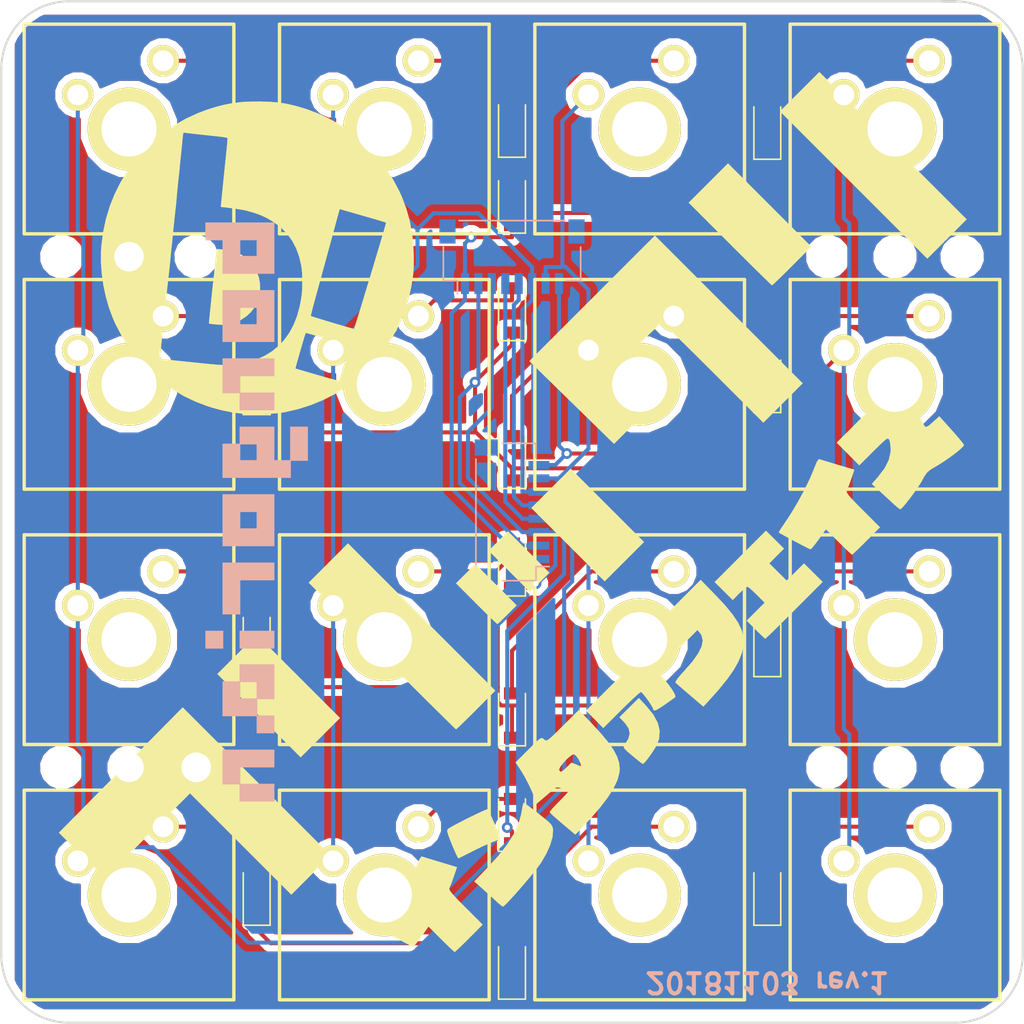
<source format=kicad_pcb>
(kicad_pcb (version 20171130) (host pcbnew "(5.0.0)")
  (layers (0 F.Cu signal) (31 B.Cu signal) (34 B.Paste user) (35 F.Paste user) (36 B.SilkS user) (37 F.SilkS user) (38 B.Mask user) (39 F.Mask user) (44 Edge.Cuts user))
  (net 0 "")
  (net 1 "Net-(D1-Pad2)")
  (net 2 row1)
  (net 3 "Net-(D2-Pad2)")
  (net 4 "Net-(D3-Pad2)")
  (net 5 "Net-(D4-Pad2)")
  (net 6 row2)
  (net 7 "Net-(D5-Pad2)")
  (net 8 "Net-(D6-Pad2)")
  (net 9 "Net-(D7-Pad2)")
  (net 10 "Net-(D8-Pad2)")
  (net 11 row3)
  (net 12 "Net-(D9-Pad2)")
  (net 13 "Net-(D10-Pad2)")
  (net 14 "Net-(D11-Pad2)")
  (net 15 "Net-(D12-Pad2)")
  (net 16 row4)
  (net 17 "Net-(D13-Pad2)")
  (net 18 "Net-(D14-Pad2)")
  (net 19 "Net-(D15-Pad2)")
  (net 20 "Net-(D16-Pad2)")
  (net 21 col1)
  (net 22 col2)
  (net 23 col3)
  (net 24 col4)
  (module MountingHole:MountingHole_2.2mm_M2 (layer F.Cu) (at 114.5 93)
    (fp_text reference h13)
    (fp_text value MountingHole_2.2mm_M2)
    (pad 1 np_thru_hole circle (at 0 0) (size 2.2 2.2) (drill 2.2) (layers *.Cu *.Mask))
  )
  (module MountingHole:MountingHole_2.2mm_M2 (layer F.Cu) (at 104.5 93)
    (fp_text reference h11)
    (fp_text value MountingHole_2.2mm_M2)
    (pad 1 np_thru_hole circle (at 0 0) (size 2.2 2.2) (drill 2.2) (layers *.Cu *.Mask))
  )
  (module MountingHole:MountingHole_2.2mm_M2 (layer F.Cu) (at 114.5 131)
    (fp_text reference h33)
    (fp_text value MountingHole_2.2mm_M2)
    (pad 1 np_thru_hole circle (at 0 0) (size 2.2 2.2) (drill 2.2) (layers *.Cu *.Mask))
  )
  (module MountingHole:MountingHole_2.2mm_M2 (layer F.Cu) (at 104.5 131)
    (fp_text reference h31)
    (fp_text value MountingHole_2.2mm_M2)
    (pad 1 np_thru_hole circle (at 0 0) (size 2.2 2.2) (drill 2.2) (layers *.Cu *.Mask))
  )
  (module MountingHole:MountingHole_2.2mm_M2 (layer F.Cu) (at 161.5 131)
    (fp_text reference h41)
    (fp_text value MountingHole_2.2mm_M2)
    (pad 1 np_thru_hole circle (at 0 0) (size 2.2 2.2) (drill 2.2) (layers *.Cu *.Mask))
  )
  (module MountingHole:MountingHole_2.2mm_M2 (layer F.Cu) (at 171.5 131)
    (fp_text reference h43)
    (fp_text value MountingHole_2.2mm_M2)
    (pad 1 np_thru_hole circle (at 0 0) (size 2.2 2.2) (drill 2.2) (layers *.Cu *.Mask))
  )
  (module MountingHole:MountingHole_2.2mm_M2 (layer F.Cu) (at 161.5 93)
    (fp_text reference h21)
    (fp_text value MountingHole_2.2mm_M2)
    (pad 1 np_thru_hole circle (at 0 0) (size 2.2 2.2) (drill 2.2) (layers *.Cu *.Mask))
  )
  (module MountingHole:MountingHole_2.2mm_M2 (layer F.Cu) (at 171.5 93)
    (fp_text reference h23)
    (fp_text value MountingHole_2.2mm_M2)
    (pad 1 np_thru_hole circle (at 0 0) (size 2.2 2.2) (drill 2.2) (layers *.Cu *.Mask))
  )
  (module Diode_SMD:D_SOD-123 (layer F.Cu) (at 119 83.5 90)
    (fp_text reference D1)
    (fp_text value D)
    (pad 2 smd rect (at 1.65 0 90) (size 0.9 1.2) (layers F.Cu F.Paste F.Mask) (net 1 "Net-(D1-Pad2)"))
    (pad 1 smd rect (at -1.65 0 90) (size 0.9 1.2) (layers F.Cu F.Paste F.Mask) (net 2 row1))
  )
  (module Diode_SMD:D_SOD-123 (layer F.Cu) (at 138 83.35 90)
    (fp_text reference D2)
    (fp_text value D)
    (pad 2 smd rect (at 1.65 0 90) (size 0.9 1.2) (layers F.Cu F.Paste F.Mask) (net 3 "Net-(D2-Pad2)"))
    (pad 1 smd rect (at -1.65 0 90) (size 0.9 1.2) (layers F.Cu F.Paste F.Mask) (net 2 row1))
  )
  (module Diode_SMD:D_SOD-123 (layer F.Cu) (at 138 89 90)
    (fp_text reference D3)
    (fp_text value D)
    (pad 1 smd rect (at -1.65 0 90) (size 0.9 1.2) (layers F.Cu F.Paste F.Mask) (net 2 row1))
    (pad 2 smd rect (at 1.65 0 90) (size 0.9 1.2) (layers F.Cu F.Paste F.Mask) (net 4 "Net-(D3-Pad2)"))
  )
  (module Diode_SMD:D_SOD-123 (layer F.Cu) (at 157 83.5 90)
    (fp_text reference D4)
    (fp_text value D)
    (pad 2 smd rect (at 1.65 0 90) (size 0.9 1.2) (layers F.Cu F.Paste F.Mask) (net 5 "Net-(D4-Pad2)"))
    (pad 1 smd rect (at -1.65 0 90) (size 0.9 1.2) (layers F.Cu F.Paste F.Mask) (net 2 row1))
  )
  (module Diode_SMD:D_SOD-123 (layer F.Cu) (at 119 102.5 90)
    (fp_text reference D5)
    (fp_text value D)
    (pad 1 smd rect (at -1.65 0 90) (size 0.9 1.2) (layers F.Cu F.Paste F.Mask) (net 6 row2))
    (pad 2 smd rect (at 1.65 0 90) (size 0.9 1.2) (layers F.Cu F.Paste F.Mask) (net 7 "Net-(D5-Pad2)"))
  )
  (module Diode_SMD:D_SOD-123 (layer F.Cu) (at 138 97 90)
    (fp_text reference D6)
    (fp_text value D)
    (pad 2 smd rect (at 1.65 0 90) (size 0.9 1.2) (layers F.Cu F.Paste F.Mask) (net 8 "Net-(D6-Pad2)"))
    (pad 1 smd rect (at -1.65 0 90) (size 0.9 1.2) (layers F.Cu F.Paste F.Mask) (net 6 row2))
  )
  (module Diode_SMD:D_SOD-123 (layer F.Cu) (at 138 108 90)
    (fp_text reference D7)
    (fp_text value D)
    (pad 1 smd rect (at -1.65 0 90) (size 0.9 1.2) (layers F.Cu F.Paste F.Mask) (net 6 row2))
    (pad 2 smd rect (at 1.65 0 90) (size 0.9 1.2) (layers F.Cu F.Paste F.Mask) (net 9 "Net-(D7-Pad2)"))
  )
  (module Diode_SMD:D_SOD-123 (layer F.Cu) (at 157 102.35 90)
    (fp_text reference D8)
    (fp_text value D)
    (pad 2 smd rect (at 1.65 0 90) (size 0.9 1.2) (layers F.Cu F.Paste F.Mask) (net 10 "Net-(D8-Pad2)"))
    (pad 1 smd rect (at -1.65 0 90) (size 0.9 1.2) (layers F.Cu F.Paste F.Mask) (net 6 row2))
  )
  (module Diode_SMD:D_SOD-123 (layer F.Cu) (at 119 121.5 90)
    (fp_text reference D9)
    (fp_text value D)
    (pad 1 smd rect (at -1.65 0 90) (size 0.9 1.2) (layers F.Cu F.Paste F.Mask) (net 11 row3))
    (pad 2 smd rect (at 1.65 0 90) (size 0.9 1.2) (layers F.Cu F.Paste F.Mask) (net 12 "Net-(D9-Pad2)"))
  )
  (module Diode_SMD:D_SOD-123 (layer F.Cu) (at 138 116 90)
    (fp_text reference D10)
    (fp_text value D)
    (pad 2 smd rect (at 1.65 0 90) (size 0.9 1.2) (layers F.Cu F.Paste F.Mask) (net 13 "Net-(D10-Pad2)"))
    (pad 1 smd rect (at -1.65 0 90) (size 0.9 1.2) (layers F.Cu F.Paste F.Mask) (net 11 row3))
  )
  (module Diode_SMD:D_SOD-123 (layer F.Cu) (at 138 127.15 90)
    (fp_text reference D11)
    (fp_text value D)
    (pad 1 smd rect (at -1.65 0 90) (size 0.9 1.2) (layers F.Cu F.Paste F.Mask) (net 11 row3))
    (pad 2 smd rect (at 1.65 0 90) (size 0.9 1.2) (layers F.Cu F.Paste F.Mask) (net 14 "Net-(D11-Pad2)"))
  )
  (module Diode_SMD:D_SOD-123 (layer F.Cu) (at 157 122 90)
    (fp_text reference D12)
    (fp_text value D)
    (pad 1 smd rect (at -1.65 0 90) (size 0.9 1.2) (layers F.Cu F.Paste F.Mask) (net 11 row3))
    (pad 2 smd rect (at 1.65 0 90) (size 0.9 1.2) (layers F.Cu F.Paste F.Mask) (net 15 "Net-(D12-Pad2)"))
  )
  (module Diode_SMD:D_SOD-123 (layer F.Cu) (at 119 140.5 90)
    (fp_text reference D13)
    (fp_text value D)
    (pad 1 smd rect (at -1.65 0 90) (size 0.9 1.2) (layers F.Cu F.Paste F.Mask) (net 16 row4))
    (pad 2 smd rect (at 1.65 0 90) (size 0.9 1.2) (layers F.Cu F.Paste F.Mask) (net 17 "Net-(D13-Pad2)"))
  )
  (module Diode_SMD:D_SOD-123 (layer F.Cu) (at 138 135 90)
    (fp_text reference D14)
    (fp_text value D)
    (pad 1 smd rect (at -1.65 0 90) (size 0.9 1.2) (layers F.Cu F.Paste F.Mask) (net 16 row4))
    (pad 2 smd rect (at 1.65 0 90) (size 0.9 1.2) (layers F.Cu F.Paste F.Mask) (net 18 "Net-(D14-Pad2)"))
  )
  (module Diode_SMD:D_SOD-123 (layer F.Cu) (at 138 146 90)
    (fp_text reference D15)
    (fp_text value D)
    (pad 2 smd rect (at 1.65 0 90) (size 0.9 1.2) (layers F.Cu F.Paste F.Mask) (net 19 "Net-(D15-Pad2)"))
    (pad 1 smd rect (at -1.65 0 90) (size 0.9 1.2) (layers F.Cu F.Paste F.Mask) (net 16 row4))
  )
  (module Diode_SMD:D_SOD-123 (layer F.Cu) (at 157 140.5 90)
    (fp_text reference D16)
    (fp_text value D)
    (pad 2 smd rect (at 1.65 0 90) (size 0.9 1.2) (layers F.Cu F.Paste F.Mask) (net 20 "Net-(D16-Pad2)"))
    (pad 1 smd rect (at -1.65 0 90) (size 0.9 1.2) (layers F.Cu F.Paste F.Mask) (net 16 row4))
  )
  (module doragasu-footprints:cherry (layer F.Cu) (at 109.5 83.5)
    (fp_text reference SW1)
    (fp_text value SW_Push hide)
    (pad 5 thru_hole circle (at 0 0 90) (size 6.15 6.15) (drill 4.1) (layers *.Cu *.Mask F.SilkS))
    (pad 2 thru_hole circle (at 2.54 -5.08 90) (size 2.35 2.35) (drill 1.55) (layers *.Cu *.Mask F.SilkS) (net 1 "Net-(D1-Pad2)"))
    (pad 1 thru_hole circle (at -3.81 -2.54 90) (size 2.35 2.35) (drill 1.55) (layers *.Cu *.Mask F.SilkS) (net 21 col1))
  )
  (module doragasu-footprints:cherry (layer F.Cu) (at 128.5 83.5)
    (fp_text reference SW2)
    (fp_text value SW_Push hide)
    (pad 1 thru_hole circle (at -3.81 -2.54 90) (size 2.35 2.35) (drill 1.55) (layers *.Cu *.Mask F.SilkS) (net 22 col2))
    (pad 2 thru_hole circle (at 2.54 -5.08 90) (size 2.35 2.35) (drill 1.55) (layers *.Cu *.Mask F.SilkS) (net 3 "Net-(D2-Pad2)"))
    (pad 5 thru_hole circle (at 0 0 90) (size 6.15 6.15) (drill 4.1) (layers *.Cu *.Mask F.SilkS))
  )
  (module doragasu-footprints:cherry (layer F.Cu) (at 147.5 83.5)
    (fp_text reference SW3)
    (fp_text value SW_Push hide)
    (pad 5 thru_hole circle (at 0 0 90) (size 6.15 6.15) (drill 4.1) (layers *.Cu *.Mask F.SilkS))
    (pad 2 thru_hole circle (at 2.54 -5.08 90) (size 2.35 2.35) (drill 1.55) (layers *.Cu *.Mask F.SilkS) (net 4 "Net-(D3-Pad2)"))
    (pad 1 thru_hole circle (at -3.81 -2.54 90) (size 2.35 2.35) (drill 1.55) (layers *.Cu *.Mask F.SilkS) (net 23 col3))
  )
  (module doragasu-footprints:cherry (layer F.Cu) (at 166.5 83.5)
    (fp_text reference SW4)
    (fp_text value SW_Push hide)
    (pad 5 thru_hole circle (at 0 0 90) (size 6.15 6.15) (drill 4.1) (layers *.Cu *.Mask F.SilkS))
    (pad 2 thru_hole circle (at 2.54 -5.08 90) (size 2.35 2.35) (drill 1.55) (layers *.Cu *.Mask F.SilkS) (net 5 "Net-(D4-Pad2)"))
    (pad 1 thru_hole circle (at -3.81 -2.54 90) (size 2.35 2.35) (drill 1.55) (layers *.Cu *.Mask F.SilkS) (net 24 col4))
  )
  (module doragasu-footprints:cherry (layer F.Cu) (at 109.5 102.5)
    (fp_text reference SW5)
    (fp_text value SW_Push hide)
    (pad 1 thru_hole circle (at -3.81 -2.54 90) (size 2.35 2.35) (drill 1.55) (layers *.Cu *.Mask F.SilkS) (net 21 col1))
    (pad 2 thru_hole circle (at 2.54 -5.08 90) (size 2.35 2.35) (drill 1.55) (layers *.Cu *.Mask F.SilkS) (net 7 "Net-(D5-Pad2)"))
    (pad 5 thru_hole circle (at 0 0 90) (size 6.15 6.15) (drill 4.1) (layers *.Cu *.Mask F.SilkS))
  )
  (module doragasu-footprints:cherry (layer F.Cu) (at 128.5 102.5)
    (fp_text reference SW6)
    (fp_text value SW_Push hide)
    (pad 1 thru_hole circle (at -3.81 -2.54 90) (size 2.35 2.35) (drill 1.55) (layers *.Cu *.Mask F.SilkS) (net 22 col2))
    (pad 2 thru_hole circle (at 2.54 -5.08 90) (size 2.35 2.35) (drill 1.55) (layers *.Cu *.Mask F.SilkS) (net 8 "Net-(D6-Pad2)"))
    (pad 5 thru_hole circle (at 0 0 90) (size 6.15 6.15) (drill 4.1) (layers *.Cu *.Mask F.SilkS))
  )
  (module doragasu-footprints:cherry (layer F.Cu) (at 147.5 102.5)
    (fp_text reference SW7)
    (fp_text value SW_Push hide)
    (pad 5 thru_hole circle (at 0 0 90) (size 6.15 6.15) (drill 4.1) (layers *.Cu *.Mask F.SilkS))
    (pad 2 thru_hole circle (at 2.54 -5.08 90) (size 2.35 2.35) (drill 1.55) (layers *.Cu *.Mask F.SilkS) (net 9 "Net-(D7-Pad2)"))
    (pad 1 thru_hole circle (at -3.81 -2.54 90) (size 2.35 2.35) (drill 1.55) (layers *.Cu *.Mask F.SilkS) (net 23 col3))
  )
  (module doragasu-footprints:cherry (layer F.Cu) (at 166.5 102.5)
    (fp_text reference SW8)
    (fp_text value SW_Push hide)
    (pad 5 thru_hole circle (at 0 0 90) (size 6.15 6.15) (drill 4.1) (layers *.Cu *.Mask F.SilkS))
    (pad 2 thru_hole circle (at 2.54 -5.08 90) (size 2.35 2.35) (drill 1.55) (layers *.Cu *.Mask F.SilkS) (net 10 "Net-(D8-Pad2)"))
    (pad 1 thru_hole circle (at -3.81 -2.54 90) (size 2.35 2.35) (drill 1.55) (layers *.Cu *.Mask F.SilkS) (net 24 col4))
  )
  (module doragasu-footprints:cherry (layer F.Cu) (at 109.5 121.5)
    (fp_text reference SW9)
    (fp_text value SW_Push hide)
    (pad 1 thru_hole circle (at -3.81 -2.54 90) (size 2.35 2.35) (drill 1.55) (layers *.Cu *.Mask F.SilkS) (net 21 col1))
    (pad 2 thru_hole circle (at 2.54 -5.08 90) (size 2.35 2.35) (drill 1.55) (layers *.Cu *.Mask F.SilkS) (net 12 "Net-(D9-Pad2)"))
    (pad 5 thru_hole circle (at 0 0 90) (size 6.15 6.15) (drill 4.1) (layers *.Cu *.Mask F.SilkS))
  )
  (module doragasu-footprints:cherry (layer F.Cu) (at 128.5 121.5)
    (fp_text reference SW10)
    (fp_text value SW_Push hide)
    (pad 1 thru_hole circle (at -3.81 -2.54 90) (size 2.35 2.35) (drill 1.55) (layers *.Cu *.Mask F.SilkS) (net 22 col2))
    (pad 2 thru_hole circle (at 2.54 -5.08 90) (size 2.35 2.35) (drill 1.55) (layers *.Cu *.Mask F.SilkS) (net 13 "Net-(D10-Pad2)"))
    (pad 5 thru_hole circle (at 0 0 90) (size 6.15 6.15) (drill 4.1) (layers *.Cu *.Mask F.SilkS))
  )
  (module doragasu-footprints:cherry (layer F.Cu) (at 147.5 121.5)
    (fp_text reference SW11)
    (fp_text value SW_Push hide)
    (pad 5 thru_hole circle (at 0 0 90) (size 6.15 6.15) (drill 4.1) (layers *.Cu *.Mask F.SilkS))
    (pad 2 thru_hole circle (at 2.54 -5.08 90) (size 2.35 2.35) (drill 1.55) (layers *.Cu *.Mask F.SilkS) (net 14 "Net-(D11-Pad2)"))
    (pad 1 thru_hole circle (at -3.81 -2.54 90) (size 2.35 2.35) (drill 1.55) (layers *.Cu *.Mask F.SilkS) (net 23 col3))
  )
  (module doragasu-footprints:cherry (layer F.Cu) (at 166.5 121.5)
    (fp_text reference SW12)
    (fp_text value SW_Push hide)
    (pad 1 thru_hole circle (at -3.81 -2.54 90) (size 2.35 2.35) (drill 1.55) (layers *.Cu *.Mask F.SilkS) (net 24 col4))
    (pad 2 thru_hole circle (at 2.54 -5.08 90) (size 2.35 2.35) (drill 1.55) (layers *.Cu *.Mask F.SilkS) (net 15 "Net-(D12-Pad2)"))
    (pad 5 thru_hole circle (at 0 0 90) (size 6.15 6.15) (drill 4.1) (layers *.Cu *.Mask F.SilkS))
  )
  (module doragasu-footprints:cherry (layer F.Cu) (at 109.5 140.5)
    (fp_text reference SW13)
    (fp_text value SW_Push hide)
    (pad 5 thru_hole circle (at 0 0 90) (size 6.15 6.15) (drill 4.1) (layers *.Cu *.Mask F.SilkS))
    (pad 2 thru_hole circle (at 2.54 -5.08 90) (size 2.35 2.35) (drill 1.55) (layers *.Cu *.Mask F.SilkS) (net 17 "Net-(D13-Pad2)"))
    (pad 1 thru_hole circle (at -3.81 -2.54 90) (size 2.35 2.35) (drill 1.55) (layers *.Cu *.Mask F.SilkS) (net 21 col1))
  )
  (module doragasu-footprints:cherry (layer F.Cu) (at 128.5 140.5)
    (fp_text reference SW14)
    (fp_text value SW_Push hide)
    (pad 1 thru_hole circle (at -3.81 -2.54 90) (size 2.35 2.35) (drill 1.55) (layers *.Cu *.Mask F.SilkS) (net 22 col2))
    (pad 2 thru_hole circle (at 2.54 -5.08 90) (size 2.35 2.35) (drill 1.55) (layers *.Cu *.Mask F.SilkS) (net 18 "Net-(D14-Pad2)"))
    (pad 5 thru_hole circle (at 0 0 90) (size 6.15 6.15) (drill 4.1) (layers *.Cu *.Mask F.SilkS))
  )
  (module doragasu-footprints:cherry (layer F.Cu) (at 147.5 140.5)
    (fp_text reference SW15)
    (fp_text value SW_Push hide)
    (pad 5 thru_hole circle (at 0 0 90) (size 6.15 6.15) (drill 4.1) (layers *.Cu *.Mask F.SilkS))
    (pad 2 thru_hole circle (at 2.54 -5.08 90) (size 2.35 2.35) (drill 1.55) (layers *.Cu *.Mask F.SilkS) (net 19 "Net-(D15-Pad2)"))
    (pad 1 thru_hole circle (at -3.81 -2.54 90) (size 2.35 2.35) (drill 1.55) (layers *.Cu *.Mask F.SilkS) (net 23 col3))
  )
  (module doragasu-footprints:cherry (layer F.Cu) (at 166.5 140.5)
    (fp_text reference SW16)
    (fp_text value SW_Push hide)
    (pad 1 thru_hole circle (at -3.81 -2.54 90) (size 2.35 2.35) (drill 1.55) (layers *.Cu *.Mask F.SilkS) (net 24 col4))
    (pad 2 thru_hole circle (at 2.54 -5.08 90) (size 2.35 2.35) (drill 1.55) (layers *.Cu *.Mask F.SilkS) (net 20 "Net-(D16-Pad2)"))
    (pad 5 thru_hole circle (at 0 0 90) (size 6.15 6.15) (drill 4.1) (layers *.Cu *.Mask F.SilkS))
  )
  (module Connector_JST:JST_SH_SM08B-SRSS-TB_1x08-1MP_P1.00mm_Horizontal (layer B.Cu) (at 138 112 90)
    (fp_text reference J1)
    (fp_text value Conn_01x08_Female)
    (pad 1 smd rect (at -3.5 2 90) (size 0.6 1.55) (layers B.Cu B.Paste B.Mask) (net 2 row1))
    (pad 2 smd rect (at -2.5 2 90) (size 0.6 1.55) (layers B.Cu B.Paste B.Mask) (net 6 row2))
    (pad 3 smd rect (at -1.5 2 90) (size 0.6 1.55) (layers B.Cu B.Paste B.Mask) (net 11 row3))
    (pad 4 smd rect (at -0.5 2 90) (size 0.6 1.55) (layers B.Cu B.Paste B.Mask) (net 16 row4))
    (pad 5 smd rect (at 0.5 2 90) (size 0.6 1.55) (layers B.Cu B.Paste B.Mask) (net 21 col1))
    (pad 6 smd rect (at 1.5 2 90) (size 0.6 1.55) (layers B.Cu B.Paste B.Mask) (net 22 col2))
    (pad 7 smd rect (at 2.5 2 90) (size 0.6 1.55) (layers B.Cu B.Paste B.Mask) (net 23 col3))
    (pad 8 smd rect (at 3.5 2 90) (size 0.6 1.55) (layers B.Cu B.Paste B.Mask) (net 24 col4))
    (pad MP smd rect (at -4.8 -1.875 90) (size 1.2 1.8) (layers B.Cu B.Paste B.Mask))
    (pad MP smd rect (at 4.8 -1.875 90) (size 1.2 1.8) (layers B.Cu B.Paste B.Mask))
  )
  (module Connector_JST:JST_SH_SM08B-SRSS-TB_1x08-1MP_P1.00mm_Horizontal (layer B.Cu) (at 138 93)
    (fp_text reference J2)
    (fp_text value Conn_01x08_Female)
    (pad MP smd rect (at 4.8 -1.875) (size 1.2 1.8) (layers B.Cu B.Paste B.Mask))
    (pad MP smd rect (at -4.8 -1.875) (size 1.2 1.8) (layers B.Cu B.Paste B.Mask))
    (pad 8 smd rect (at 3.5 2) (size 0.6 1.55) (layers B.Cu B.Paste B.Mask) (net 24 col4))
    (pad 7 smd rect (at 2.5 2) (size 0.6 1.55) (layers B.Cu B.Paste B.Mask) (net 23 col3))
    (pad 6 smd rect (at 1.5 2) (size 0.6 1.55) (layers B.Cu B.Paste B.Mask) (net 22 col2))
    (pad 5 smd rect (at 0.5 2) (size 0.6 1.55) (layers B.Cu B.Paste B.Mask) (net 21 col1))
    (pad 4 smd rect (at -0.5 2) (size 0.6 1.55) (layers B.Cu B.Paste B.Mask) (net 16 row4))
    (pad 3 smd rect (at -1.5 2) (size 0.6 1.55) (layers B.Cu B.Paste B.Mask) (net 11 row3))
    (pad 2 smd rect (at -2.5 2) (size 0.6 1.55) (layers B.Cu B.Paste B.Mask) (net 6 row2))
    (pad 1 smd rect (at -3.5 2) (size 0.6 1.55) (layers B.Cu B.Paste B.Mask) (net 2 row1))
  )
  (module MountingHole:MountingHole_2.2mm_M2 (layer F.Cu) (at 166.5 93)
    (fp_text reference h2)
    (fp_text value MountingHole_2.2mm_M2)
    (pad 1 np_thru_hole circle (at 0 0) (size 2.2 2.2) (drill 2.2) (layers *.Cu *.Mask))
  )
  (module MountingHole:MountingHole_2.2mm_M2 (layer F.Cu) (at 109.5 93)
    (fp_text reference h1)
    (fp_text value MountingHole_2.2mm_M2)
    (pad 1 np_thru_hole circle (at 0 0) (size 2.2 2.2) (drill 2.2) (layers *.Cu *.Mask))
  )
  (module MountingHole:MountingHole_2.2mm_M2 (layer F.Cu) (at 166.5 131)
    (fp_text reference h4)
    (fp_text value MountingHole_2.2mm_M2)
    (pad 1 np_thru_hole circle (at 0 0) (size 2.2 2.2) (drill 2.2) (layers *.Cu *.Mask))
  )
  (module MountingHole:MountingHole_2.2mm_M2 (layer F.Cu) (at 109.5 131)
    (fp_text reference h3)
    (fp_text value MountingHole_2.2mm_M2)
    (pad 1 np_thru_hole circle (at 0 0) (size 2.2 2.2) (drill 2.2) (layers *.Cu *.Mask))
  )
  (module doragasu-footprints:bongorian (layer B.Cu) (at 119 112 270)
    (fp_text reference G2 hide)
    (fp_text value bongorian hide)
  )
  (module doragasu-footprints:flcl_pakuri (layer F.Cu) (at 138 112)
    (fp_text reference G3 hide)
    (fp_text value flcl_pakuri hide)
  )
  (module doragasu-footprints:flcl_logo (layer F.Cu) (at 119 93)
    (fp_text reference G1 hide)
    (fp_text value flcl_logo hide)
  )
  (gr_text "20181103 rev.1" (at 157 147 180) (layer B.SilkS) (effects (font (size 1.5 1.5) (thickness 0.3)) (justify mirror)))
  (gr_line (start 170 74) (end 171 74) (layer Edge.Cuts) (width 0.2))
  (gr_line (start 105 74) (end 170 74) (layer Edge.Cuts) (width 0.15))
  (gr_line (start 100 145) (end 100 79) (layer Edge.Cuts) (width 0.15))
  (gr_line (start 171 150) (end 105 150) (layer Edge.Cuts) (width 0.15))
  (gr_line (start 176 79) (end 176 145) (layer Edge.Cuts) (width 0.15))
  (gr_arc (start 171 79) (end 176 79) (angle -90) (layer Edge.Cuts) (width 0.15))
  (gr_arc (start 171 145) (end 171 150) (angle -90) (layer Edge.Cuts) (width 0.15))
  (gr_arc (start 105 79) (end 105 74) (angle -90) (layer Edge.Cuts) (width 0.15))
  (gr_arc (start 105 145) (end 100 145) (angle -90) (layer Edge.Cuts) (width 0.15))
  (segment (start 119 81.85) (end 119 80.9497) (width 0.3) (layer F.Cu) (net 1))
  (segment (start 112.04 78.42) (end 116.4703 78.42) (width 0.3) (layer F.Cu) (net 1))
  (segment (start 116.4703 78.42) (end 119 80.9497) (width 0.3) (layer F.Cu) (net 1))
  (segment (start 138 90.65) (end 138 91.5503) (width 0.3) (layer F.Cu) (net 2))
  (segment (start 134.9594 91.5503) (end 138 91.5503) (width 0.3) (layer F.Cu) (net 2))
  (segment (start 119 86.0503) (end 124.5 91.5503) (width 0.3) (layer F.Cu) (net 2))
  (segment (start 124.5 91.5503) (end 134.9594 91.5503) (width 0.3) (layer F.Cu) (net 2))
  (segment (start 119 85.15) (end 119 86.0503) (width 0.3) (layer F.Cu) (net 2))
  (segment (start 138 89.7497) (end 136.9361 88.6858) (width 0.3) (layer F.Cu) (net 2))
  (segment (start 136.9361 88.6858) (end 136.9361 86.0639) (width 0.3) (layer F.Cu) (net 2))
  (segment (start 136.9361 86.0639) (end 138 85) (width 0.3) (layer F.Cu) (net 2))
  (segment (start 157 86.0503) (end 153.3006 89.7497) (width 0.3) (layer F.Cu) (net 2))
  (segment (start 153.3006 89.7497) (end 138 89.7497) (width 0.3) (layer F.Cu) (net 2))
  (segment (start 134.5 96.2253) (end 133.5087 97.2166) (width 0.3) (layer B.Cu) (net 2))
  (segment (start 133.5087 97.2166) (end 133.5087 110.234) (width 0.3) (layer B.Cu) (net 2))
  (segment (start 133.5087 110.234) (end 138.7747 115.5) (width 0.3) (layer B.Cu) (net 2))
  (segment (start 157 85.15) (end 157 86.0503) (width 0.3) (layer F.Cu) (net 2))
  (segment (start 138 90.65) (end 138 89.7497) (width 0.3) (layer F.Cu) (net 2))
  (segment (start 134.5 95) (end 134.5 96.2253) (width 0.3) (layer B.Cu) (net 2))
  (segment (start 134.5 93.7747) (end 134.5 92.0097) (width 0.3) (layer B.Cu) (net 2))
  (segment (start 134.5 92.0097) (end 134.9594 91.5503) (width 0.3) (layer B.Cu) (net 2))
  (segment (start 134.5 95) (end 134.5 93.7747) (width 0.3) (layer B.Cu) (net 2))
  (segment (start 140 115.5) (end 138.7747 115.5) (width 0.3) (layer B.Cu) (net 2))
  (via (at 134.9594 91.5503) (size 0.8) (layers F.Cu B.Cu) (net 2))
  (segment (start 138 81.7) (end 138 80.7997) (width 0.3) (layer F.Cu) (net 3))
  (segment (start 131.04 78.42) (end 135.6203 78.42) (width 0.3) (layer F.Cu) (net 3))
  (segment (start 135.6203 78.42) (end 138 80.7997) (width 0.3) (layer F.Cu) (net 3))
  (segment (start 138 87.35) (end 138 86.4497) (width 0.3) (layer F.Cu) (net 4))
  (segment (start 150.04 78.42) (end 143.8874 78.42) (width 0.3) (layer F.Cu) (net 4))
  (segment (start 143.8874 78.42) (end 139.4496 82.8578) (width 0.3) (layer F.Cu) (net 4))
  (segment (start 139.4496 82.8578) (end 139.4496 85.2533) (width 0.3) (layer F.Cu) (net 4))
  (segment (start 139.4496 85.2533) (end 138.2532 86.4497) (width 0.3) (layer F.Cu) (net 4))
  (segment (start 138.2532 86.4497) (end 138 86.4497) (width 0.3) (layer F.Cu) (net 4))
  (segment (start 157 81.85) (end 157 80.9497) (width 0.3) (layer F.Cu) (net 5))
  (segment (start 169.04 78.42) (end 159.5297 78.42) (width 0.3) (layer F.Cu) (net 5))
  (segment (start 159.5297 78.42) (end 157 80.9497) (width 0.3) (layer F.Cu) (net 5))
  (segment (start 140 114.5) (end 138.7747 114.5) (width 0.3) (layer B.Cu) (net 6))
  (segment (start 138 108.7497) (end 153.1506 108.7497) (width 0.3) (layer F.Cu) (net 6))
  (segment (start 153.1506 108.7497) (end 157 104.9003) (width 0.3) (layer F.Cu) (net 6))
  (segment (start 119 104.15) (end 119 105.0503) (width 0.3) (layer F.Cu) (net 6))
  (segment (start 135.2511 106.0008) (end 135.1761 106.0758) (width 0.3) (layer F.Cu) (net 6))
  (segment (start 135.1761 106.0758) (end 120.0255 106.0758) (width 0.3) (layer F.Cu) (net 6))
  (segment (start 120.0255 106.0758) (end 119 105.0503) (width 0.3) (layer F.Cu) (net 6))
  (segment (start 135.2511 102.3398) (end 135.2511 106.0008) (width 0.3) (layer F.Cu) (net 6))
  (segment (start 135.2511 106.0008) (end 138 108.7497) (width 0.3) (layer F.Cu) (net 6))
  (segment (start 135.2511 102.3398) (end 135.2486 102.3398) (width 0.3) (layer F.Cu) (net 6))
  (segment (start 138 99.5503) (end 135.2511 102.2992) (width 0.3) (layer F.Cu) (net 6))
  (segment (start 135.2511 102.2992) (end 135.2511 102.3398) (width 0.3) (layer F.Cu) (net 6))
  (segment (start 138.7747 114.5) (end 134.1172 109.8425) (width 0.3) (layer B.Cu) (net 6))
  (segment (start 134.1172 109.8425) (end 134.1172 103.4712) (width 0.3) (layer B.Cu) (net 6))
  (segment (start 134.1172 103.4712) (end 135.2486 102.3398) (width 0.3) (layer B.Cu) (net 6))
  (segment (start 135.5 95) (end 135.5 102.0884) (width 0.3) (layer B.Cu) (net 6))
  (segment (start 135.5 102.0884) (end 135.2486 102.3398) (width 0.3) (layer B.Cu) (net 6))
  (segment (start 138 98.65) (end 138 99.5503) (width 0.3) (layer F.Cu) (net 6))
  (segment (start 157 104) (end 157 104.9003) (width 0.3) (layer F.Cu) (net 6))
  (segment (start 138 109.65) (end 138 108.7497) (width 0.3) (layer F.Cu) (net 6))
  (via (at 135.2486 102.3398) (size 0.8) (layers F.Cu B.Cu) (net 6))
  (segment (start 119 100.85) (end 119 99.9497) (width 0.3) (layer F.Cu) (net 7))
  (segment (start 112.04 97.42) (end 116.4703 97.42) (width 0.3) (layer F.Cu) (net 7))
  (segment (start 116.4703 97.42) (end 119 99.9497) (width 0.3) (layer F.Cu) (net 7))
  (segment (start 138 96.2503) (end 132.2097 96.2503) (width 0.3) (layer F.Cu) (net 8))
  (segment (start 132.2097 96.2503) (end 131.04 97.42) (width 0.3) (layer F.Cu) (net 8))
  (segment (start 138 95.35) (end 138 96.2503) (width 0.3) (layer F.Cu) (net 8))
  (segment (start 150.04 97.42) (end 143.9308 97.42) (width 0.3) (layer F.Cu) (net 9))
  (segment (start 143.9308 97.42) (end 138 103.3508) (width 0.3) (layer F.Cu) (net 9))
  (segment (start 138 103.3508) (end 138 106.35) (width 0.3) (layer F.Cu) (net 9))
  (segment (start 157 100.7) (end 157 99.7997) (width 0.3) (layer F.Cu) (net 10))
  (segment (start 169.04 97.42) (end 159.3797 97.42) (width 0.3) (layer F.Cu) (net 10))
  (segment (start 159.3797 97.42) (end 157 99.7997) (width 0.3) (layer F.Cu) (net 10))
  (segment (start 140 113.5) (end 141.2253 113.5) (width 0.3) (layer B.Cu) (net 11))
  (segment (start 138 117.65) (end 139.0503 117.65) (width 0.3) (layer F.Cu) (net 11))
  (segment (start 139.7817 117.3317) (end 139.3686 117.3317) (width 0.3) (layer F.Cu) (net 11))
  (segment (start 139.3686 117.3317) (end 139.0503 117.65) (width 0.3) (layer F.Cu) (net 11))
  (segment (start 141.2253 113.5) (end 141.2253 115.9865) (width 0.3) (layer B.Cu) (net 11))
  (segment (start 141.2253 115.9865) (end 139.8802 117.3316) (width 0.3) (layer B.Cu) (net 11))
  (segment (start 139.8802 117.3316) (end 139.7817 117.3316) (width 0.3) (layer B.Cu) (net 11))
  (segment (start 139.7817 117.3316) (end 139.7817 117.3317) (width 0.3) (layer B.Cu) (net 11))
  (segment (start 139.5375 113.5) (end 140 113.5) (width 0.3) (layer B.Cu) (net 11))
  (segment (start 138 117.65) (end 138 118.5503) (width 0.3) (layer F.Cu) (net 11))
  (segment (start 136.941 125.0304) (end 119.9801 125.0304) (width 0.3) (layer F.Cu) (net 11))
  (segment (start 119.9801 125.0304) (end 119 124.0503) (width 0.3) (layer F.Cu) (net 11))
  (segment (start 138 126.4004) (end 137.2057 126.4004) (width 0.3) (layer F.Cu) (net 11))
  (segment (start 137.2057 126.4004) (end 136.941 126.1357) (width 0.3) (layer F.Cu) (net 11))
  (segment (start 136.941 126.1357) (end 136.941 125.0304) (width 0.3) (layer F.Cu) (net 11))
  (segment (start 136.941 125.0304) (end 136.941 119.6093) (width 0.3) (layer F.Cu) (net 11))
  (segment (start 136.941 119.6093) (end 138 118.5503) (width 0.3) (layer F.Cu) (net 11))
  (segment (start 139.5375 113.5) (end 138.7747 113.5) (width 0.3) (layer B.Cu) (net 11))
  (segment (start 136.5 96.2253) (end 136.5 104.2597) (width 0.3) (layer B.Cu) (net 11))
  (segment (start 136.5 104.2597) (end 134.7286 106.0311) (width 0.3) (layer B.Cu) (net 11))
  (segment (start 134.7286 106.0311) (end 134.7286 109.4539) (width 0.3) (layer B.Cu) (net 11))
  (segment (start 134.7286 109.4539) (end 138.7747 113.5) (width 0.3) (layer B.Cu) (net 11))
  (segment (start 157 123.65) (end 157 124.5503) (width 0.3) (layer F.Cu) (net 11))
  (segment (start 157 124.5503) (end 155.1499 126.4004) (width 0.3) (layer F.Cu) (net 11))
  (segment (start 155.1499 126.4004) (end 138 126.4004) (width 0.3) (layer F.Cu) (net 11))
  (segment (start 138 126.4004) (end 138 127.8997) (width 0.3) (layer F.Cu) (net 11))
  (segment (start 138 128.8) (end 138 127.8997) (width 0.3) (layer F.Cu) (net 11))
  (segment (start 136.5 95) (end 136.5 96.2253) (width 0.3) (layer B.Cu) (net 11))
  (segment (start 119 123.15) (end 119 124.0503) (width 0.3) (layer F.Cu) (net 11))
  (via (at 139.7817 117.3317) (size 0.8) (layers F.Cu B.Cu) (net 11))
  (segment (start 119 119.85) (end 119 118.9497) (width 0.3) (layer F.Cu) (net 12))
  (segment (start 112.04 116.42) (end 116.4703 116.42) (width 0.3) (layer F.Cu) (net 12))
  (segment (start 116.4703 116.42) (end 119 118.9497) (width 0.3) (layer F.Cu) (net 12))
  (segment (start 138 114.35) (end 138 115.2503) (width 0.3) (layer F.Cu) (net 13))
  (segment (start 131.04 116.42) (end 136.8303 116.42) (width 0.3) (layer F.Cu) (net 13))
  (segment (start 136.8303 116.42) (end 138 115.2503) (width 0.3) (layer F.Cu) (net 13))
  (segment (start 150.04 116.42) (end 143.9034 116.42) (width 0.3) (layer F.Cu) (net 14))
  (segment (start 143.9034 116.42) (end 138 122.3234) (width 0.3) (layer F.Cu) (net 14))
  (segment (start 138 122.3234) (end 138 125.5) (width 0.3) (layer F.Cu) (net 14))
  (segment (start 157 120.35) (end 157 119.4497) (width 0.3) (layer F.Cu) (net 15))
  (segment (start 169.04 116.42) (end 160.0297 116.42) (width 0.3) (layer F.Cu) (net 15))
  (segment (start 160.0297 116.42) (end 157 119.4497) (width 0.3) (layer F.Cu) (net 15))
  (segment (start 140 112.5) (end 138.7747 112.5) (width 0.3) (layer B.Cu) (net 16))
  (segment (start 137.5 95) (end 137.5 111.2253) (width 0.3) (layer B.Cu) (net 16))
  (segment (start 137.5 111.2253) (end 138.7747 112.5) (width 0.3) (layer B.Cu) (net 16))
  (segment (start 140 112.5) (end 141.2253 112.5) (width 0.3) (layer B.Cu) (net 16))
  (segment (start 138 136.65) (end 138 135.7497) (width 0.3) (layer F.Cu) (net 16))
  (segment (start 137.6469 135.4769) (end 137.9197 135.7497) (width 0.3) (layer F.Cu) (net 16))
  (segment (start 137.9197 135.7497) (end 138 135.7497) (width 0.3) (layer F.Cu) (net 16))
  (segment (start 141.2253 112.5) (end 141.8801 113.1548) (width 0.3) (layer B.Cu) (net 16))
  (segment (start 141.8801 113.1548) (end 141.8801 116.6155) (width 0.3) (layer B.Cu) (net 16))
  (segment (start 141.8801 116.6155) (end 137.6469 120.8487) (width 0.3) (layer B.Cu) (net 16))
  (segment (start 137.6469 120.8487) (end 137.6469 135.4769) (width 0.3) (layer B.Cu) (net 16))
  (segment (start 138 146.4873) (end 153.563 146.4873) (width 0.3) (layer F.Cu) (net 16))
  (segment (start 153.563 146.4873) (end 157 143.0503) (width 0.3) (layer F.Cu) (net 16))
  (segment (start 136.9455 144.0881) (end 136.9455 145.4328) (width 0.3) (layer F.Cu) (net 16))
  (segment (start 136.9455 145.4328) (end 138 146.4873) (width 0.3) (layer F.Cu) (net 16))
  (segment (start 138 146.4873) (end 138 146.7497) (width 0.3) (layer F.Cu) (net 16))
  (segment (start 157 142.15) (end 157 143.0503) (width 0.3) (layer F.Cu) (net 16))
  (segment (start 138 137.1001) (end 138 136.65) (width 0.3) (layer F.Cu) (net 16))
  (segment (start 138 137.1001) (end 138 137.5503) (width 0.3) (layer F.Cu) (net 16))
  (segment (start 138 137.5503) (end 136.9455 138.6048) (width 0.3) (layer F.Cu) (net 16))
  (segment (start 136.9455 138.6048) (end 136.9455 144.0881) (width 0.3) (layer F.Cu) (net 16))
  (segment (start 119 143.0503) (end 120.0378 144.0881) (width 0.3) (layer F.Cu) (net 16))
  (segment (start 120.0378 144.0881) (end 136.9455 144.0881) (width 0.3) (layer F.Cu) (net 16))
  (segment (start 119 142.15) (end 119 143.0503) (width 0.3) (layer F.Cu) (net 16))
  (segment (start 138 147.65) (end 138 146.7497) (width 0.3) (layer F.Cu) (net 16))
  (via (at 137.6469 135.4769) (size 0.8) (layers F.Cu B.Cu) (net 16))
  (segment (start 119 138.85) (end 119 137.9497) (width 0.3) (layer F.Cu) (net 17))
  (segment (start 112.04 135.42) (end 116.4703 135.42) (width 0.3) (layer F.Cu) (net 17))
  (segment (start 116.4703 135.42) (end 119 137.9497) (width 0.3) (layer F.Cu) (net 17))
  (segment (start 131.04 135.42) (end 133.11 133.35) (width 0.3) (layer F.Cu) (net 18))
  (segment (start 133.11 133.35) (end 138 133.35) (width 0.3) (layer F.Cu) (net 18))
  (segment (start 150.04 135.42) (end 143.9303 135.42) (width 0.3) (layer F.Cu) (net 19))
  (segment (start 143.9303 135.42) (end 138 141.3503) (width 0.3) (layer F.Cu) (net 19))
  (segment (start 138 141.3503) (end 138 144.35) (width 0.3) (layer F.Cu) (net 19))
  (segment (start 157 138.85) (end 157 137.9497) (width 0.3) (layer F.Cu) (net 20))
  (segment (start 169.04 135.42) (end 159.5297 135.42) (width 0.3) (layer F.Cu) (net 20))
  (segment (start 159.5297 135.42) (end 157 137.9497) (width 0.3) (layer F.Cu) (net 20))
  (segment (start 106.0994 136.9444) (end 111.2657 136.9444) (width 0.3) (layer B.Cu) (net 21))
  (segment (start 111.2657 136.9444) (end 118.3638 144.0425) (width 0.3) (layer B.Cu) (net 21))
  (segment (start 118.3638 144.0425) (end 130.2838 144.0425) (width 0.3) (layer B.Cu) (net 21))
  (segment (start 130.2838 144.0425) (end 141.8801 132.4462) (width 0.3) (layer B.Cu) (net 21))
  (segment (start 141.8801 132.4462) (end 141.8801 117.7647) (width 0.3) (layer B.Cu) (net 21))
  (segment (start 141.8801 117.7647) (end 142.4804 117.1644) (width 0.3) (layer B.Cu) (net 21))
  (segment (start 142.4804 117.1644) (end 142.4804 112.7551) (width 0.3) (layer B.Cu) (net 21))
  (segment (start 142.4804 112.7551) (end 141.2253 111.5) (width 0.3) (layer B.Cu) (net 21))
  (segment (start 140 111.5) (end 138.7747 111.5) (width 0.3) (layer B.Cu) (net 21))
  (segment (start 138.5 95) (end 138.5 96.2253) (width 0.3) (layer B.Cu) (net 21))
  (segment (start 138.5 96.2253) (end 138.1374 96.5879) (width 0.3) (layer B.Cu) (net 21))
  (segment (start 138.1374 96.5879) (end 138.1374 110.8627) (width 0.3) (layer B.Cu) (net 21))
  (segment (start 138.1374 110.8627) (end 138.7747 111.5) (width 0.3) (layer B.Cu) (net 21))
  (segment (start 105.69 99.96) (end 106.0981 99.5519) (width 0.3) (layer B.Cu) (net 21))
  (segment (start 106.0981 99.5519) (end 106.0981 91.573) (width 0.3) (layer B.Cu) (net 21))
  (segment (start 106.0981 91.573) (end 105.69 91.1649) (width 0.3) (layer B.Cu) (net 21))
  (segment (start 105.69 91.1649) (end 105.69 80.96) (width 0.3) (layer B.Cu) (net 21))
  (segment (start 105.69 118.96) (end 105.69 99.96) (width 0.3) (layer B.Cu) (net 21))
  (segment (start 106.0994 136.9444) (end 106.0994 137.5506) (width 0.3) (layer B.Cu) (net 21))
  (segment (start 106.0994 137.5506) (end 105.69 137.96) (width 0.3) (layer B.Cu) (net 21))
  (segment (start 105.69 118.96) (end 105.69 129.3826) (width 0.3) (layer B.Cu) (net 21))
  (segment (start 105.69 129.3826) (end 106.0994 129.792) (width 0.3) (layer B.Cu) (net 21))
  (segment (start 106.0994 129.792) (end 106.0994 136.9444) (width 0.3) (layer B.Cu) (net 21))
  (segment (start 140 111.5) (end 141.2253 111.5) (width 0.3) (layer B.Cu) (net 21))
  (segment (start 139.5 95) (end 139.5 93.7747) (width 0.3) (layer B.Cu) (net 22))
  (segment (start 130.9693 90.9617) (end 130.9693 93.6807) (width 0.3) (layer B.Cu) (net 22))
  (segment (start 130.9693 93.6807) (end 124.69 99.96) (width 0.3) (layer B.Cu) (net 22))
  (segment (start 124.69 80.96) (end 124.69 84.6824) (width 0.3) (layer B.Cu) (net 22))
  (segment (start 124.69 84.6824) (end 130.9693 90.9617) (width 0.3) (layer B.Cu) (net 22))
  (segment (start 139.5 93.7747) (end 135.4999 89.7746) (width 0.3) (layer B.Cu) (net 22))
  (segment (start 135.4999 89.7746) (end 132.1564 89.7746) (width 0.3) (layer B.Cu) (net 22))
  (segment (start 132.1564 89.7746) (end 130.9693 90.9617) (width 0.3) (layer B.Cu) (net 22))
  (segment (start 139.5 95.6126) (end 139.5 95) (width 0.3) (layer B.Cu) (net 22))
  (segment (start 139.5 95.6126) (end 139.5 96.2253) (width 0.3) (layer B.Cu) (net 22))
  (segment (start 140 110.5) (end 138.7747 110.5) (width 0.3) (layer B.Cu) (net 22))
  (segment (start 139.5 96.2253) (end 138.7747 96.9506) (width 0.3) (layer B.Cu) (net 22))
  (segment (start 138.7747 96.9506) (end 138.7747 110.5) (width 0.3) (layer B.Cu) (net 22))
  (segment (start 124.69 118.96) (end 124.69 99.96) (width 0.3) (layer B.Cu) (net 22))
  (segment (start 124.69 137.96) (end 124.69 118.96) (width 0.3) (layer B.Cu) (net 22))
  (segment (start 140.5 95) (end 140.5 93.7747) (width 0.3) (layer B.Cu) (net 23))
  (segment (start 141.7473 93.7397) (end 141.9641 93.7397) (width 0.3) (layer B.Cu) (net 23))
  (segment (start 141.9641 93.7397) (end 143.69 95.4656) (width 0.3) (layer B.Cu) (net 23))
  (segment (start 143.69 95.4656) (end 143.69 99.96) (width 0.3) (layer B.Cu) (net 23))
  (segment (start 140.5 93.7747) (end 141.7123 93.7747) (width 0.3) (layer B.Cu) (net 23))
  (segment (start 141.7123 93.7747) (end 141.7473 93.7397) (width 0.3) (layer B.Cu) (net 23))
  (segment (start 143.69 80.96) (end 141.7473 82.9027) (width 0.3) (layer B.Cu) (net 23))
  (segment (start 141.7473 82.9027) (end 141.7473 93.7397) (width 0.3) (layer B.Cu) (net 23))
  (segment (start 141.2253 109.5) (end 141.4882 109.5) (width 0.3) (layer B.Cu) (net 23))
  (segment (start 141.4882 109.5) (end 143.69 107.2982) (width 0.3) (layer B.Cu) (net 23))
  (segment (start 143.69 107.2982) (end 143.69 99.96) (width 0.3) (layer B.Cu) (net 23))
  (segment (start 143.69 118.96) (end 143.69 111.9647) (width 0.3) (layer B.Cu) (net 23))
  (segment (start 143.69 111.9647) (end 141.2253 109.5) (width 0.3) (layer B.Cu) (net 23))
  (segment (start 143.69 137.96) (end 143.69 118.96) (width 0.3) (layer B.Cu) (net 23))
  (segment (start 140 109.5) (end 141.2253 109.5) (width 0.3) (layer B.Cu) (net 23))
  (segment (start 162.69 99.96) (end 163.0994 99.5506) (width 0.3) (layer B.Cu) (net 24))
  (segment (start 163.0994 99.5506) (end 163.0994 90.5489) (width 0.3) (layer B.Cu) (net 24))
  (segment (start 163.0994 90.5489) (end 162.69 90.1395) (width 0.3) (layer B.Cu) (net 24))
  (segment (start 162.69 90.1395) (end 162.69 80.96) (width 0.3) (layer B.Cu) (net 24))
  (segment (start 162.69 118.96) (end 162.69 99.96) (width 0.3) (layer B.Cu) (net 24))
  (segment (start 162.69 99.96) (end 161.0496 101.6004) (width 0.3) (layer F.Cu) (net 24))
  (segment (start 161.0496 101.6004) (end 155.666 101.6004) (width 0.3) (layer F.Cu) (net 24))
  (segment (start 155.666 101.6004) (end 149.6179 107.6485) (width 0.3) (layer F.Cu) (net 24))
  (segment (start 149.6179 107.6485) (end 142.0768 107.6485) (width 0.3) (layer F.Cu) (net 24))
  (segment (start 142.0768 107.6485) (end 141.2253 108.5) (width 0.3) (layer B.Cu) (net 24))
  (segment (start 141.5 95) (end 141.5 107.0717) (width 0.3) (layer B.Cu) (net 24))
  (segment (start 141.5 107.0717) (end 142.0768 107.6485) (width 0.3) (layer B.Cu) (net 24))
  (segment (start 140 108.5) (end 141.2253 108.5) (width 0.3) (layer B.Cu) (net 24))
  (segment (start 162.69 137.96) (end 163.0994 137.5506) (width 0.3) (layer B.Cu) (net 24))
  (segment (start 163.0994 137.5506) (end 163.0994 128.5489) (width 0.3) (layer B.Cu) (net 24))
  (segment (start 163.0994 128.5489) (end 162.69 128.1395) (width 0.3) (layer B.Cu) (net 24))
  (segment (start 162.69 128.1395) (end 162.69 118.96) (width 0.3) (layer B.Cu) (net 24))
  (via (at 142.0768 107.6485) (size 0.8) (layers F.Cu B.Cu) (net 24))
  (zone (net 0) (net_name "") (layer F.Cu) (connect_pads (clearance 0.508)) (min_thickness 0.254) (fill yes (arc_segments 16) (thermal_gap 0.508) (thermal_bridge_width 0.508))
    (polygon (pts (xy 101 75) (xy 175 75) (xy 175 149) (xy 101 149)))
  )
  (zone (net 0) (net_name "") (layer B.Cu) (connect_pads (clearance 0.508)) (min_thickness 0.254) (fill yes (arc_segments 16) (thermal_gap 0.508) (thermal_bridge_width 0.508))
    (polygon (pts (xy 101 75) (xy 175 75) (xy 175 149) (xy 101 149)))
  )
)
</source>
